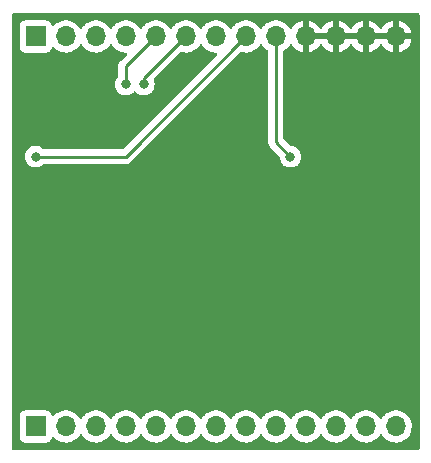
<source format=gbr>
%TF.GenerationSoftware,KiCad,Pcbnew,6.0.4-6f826c9f35~116~ubuntu20.04.1*%
%TF.CreationDate,2022-04-09T17:05:40-04:00*%
%TF.ProjectId,Brake Controller,4272616b-6520-4436-9f6e-74726f6c6c65,A*%
%TF.SameCoordinates,Original*%
%TF.FileFunction,Copper,L2,Bot*%
%TF.FilePolarity,Positive*%
%FSLAX46Y46*%
G04 Gerber Fmt 4.6, Leading zero omitted, Abs format (unit mm)*
G04 Created by KiCad (PCBNEW 6.0.4-6f826c9f35~116~ubuntu20.04.1) date 2022-04-09 17:05:40*
%MOMM*%
%LPD*%
G01*
G04 APERTURE LIST*
%TA.AperFunction,ComponentPad*%
%ADD10O,1.700000X1.700000*%
%TD*%
%TA.AperFunction,ComponentPad*%
%ADD11R,1.700000X1.700000*%
%TD*%
%TA.AperFunction,ViaPad*%
%ADD12C,1.000000*%
%TD*%
%TA.AperFunction,ViaPad*%
%ADD13C,0.800000*%
%TD*%
%TA.AperFunction,Conductor*%
%ADD14C,0.250000*%
%TD*%
G04 APERTURE END LIST*
D10*
%TO.P,J2,13,Pin_13*%
%TO.N,/MOTOR-*%
X154940000Y-121920000D03*
%TO.P,J2,12,Pin_12*%
X152400000Y-121920000D03*
%TO.P,J2,11,Pin_11*%
X149860000Y-121920000D03*
%TO.P,J2,10,Pin_10*%
X147320000Y-121920000D03*
%TO.P,J2,9,Pin_9*%
X144780000Y-121920000D03*
%TO.P,J2,8,Pin_8*%
X142240000Y-121920000D03*
%TO.P,J2,7,Pin_7*%
%TO.N,unconnected-(J2-Pad7)*%
X139700000Y-121920000D03*
%TO.P,J2,6,Pin_6*%
%TO.N,/MOTOR+*%
X137160000Y-121920000D03*
%TO.P,J2,5,Pin_5*%
X134620000Y-121920000D03*
%TO.P,J2,4,Pin_4*%
X132080000Y-121920000D03*
%TO.P,J2,3,Pin_3*%
X129540000Y-121920000D03*
%TO.P,J2,2,Pin_2*%
X127000000Y-121920000D03*
D11*
%TO.P,J2,1,Pin_1*%
X124460000Y-121920000D03*
%TD*%
%TO.P,J1,1,Pin_1*%
%TO.N,VS*%
X124460000Y-88900000D03*
D10*
%TO.P,J1,2,Pin_2*%
X127000000Y-88900000D03*
%TO.P,J1,3,Pin_3*%
X129540000Y-88900000D03*
%TO.P,J1,4,Pin_4*%
X132080000Y-88900000D03*
%TO.P,J1,5,Pin_5*%
%TO.N,/EN*%
X134620000Y-88900000D03*
%TO.P,J1,6,Pin_6*%
%TO.N,/IN1*%
X137160000Y-88900000D03*
%TO.P,J1,7,Pin_7*%
%TO.N,/IN2*%
X139700000Y-88900000D03*
%TO.P,J1,8,Pin_8*%
%TO.N,/IS1*%
X142240000Y-88900000D03*
%TO.P,J1,9,Pin_9*%
%TO.N,/IS2*%
X144780000Y-88900000D03*
%TO.P,J1,10,Pin_10*%
%TO.N,GND*%
X147320000Y-88900000D03*
%TO.P,J1,11,Pin_11*%
X149860000Y-88900000D03*
%TO.P,J1,12,Pin_12*%
X152400000Y-88900000D03*
%TO.P,J1,13,Pin_13*%
X154940000Y-88900000D03*
%TD*%
D12*
%TO.N,GND*%
X155956000Y-103886000D03*
D13*
X131064000Y-95504000D03*
X148082000Y-95504000D03*
X143256000Y-103632000D03*
X128778000Y-95504000D03*
D12*
X155956000Y-105410000D03*
D13*
X145796000Y-95504000D03*
X123698000Y-105156000D03*
D12*
X134620000Y-100838000D03*
X134620000Y-102362000D03*
X134620000Y-105410000D03*
D13*
X126492000Y-95504000D03*
X140208000Y-112776000D03*
X124206000Y-95504000D03*
D12*
X134620000Y-103886000D03*
D13*
X139700000Y-116586000D03*
X143510000Y-95504000D03*
D12*
X155956000Y-100838000D03*
X155956000Y-102362000D03*
D13*
X150368000Y-95504000D03*
%TO.N,/IS1*%
X124454500Y-99065500D03*
%TO.N,/IS2*%
X146028500Y-99081500D03*
%TO.N,/EN*%
X132080000Y-92964000D03*
%TO.N,/IN1*%
X133604000Y-92964000D03*
%TD*%
D14*
%TO.N,/IS1*%
X142240000Y-88900000D02*
X132074500Y-99065500D01*
X132074500Y-99065500D02*
X124454500Y-99065500D01*
%TO.N,/IS2*%
X144780000Y-97833000D02*
X146028500Y-99081500D01*
X144780000Y-88900000D02*
X144780000Y-97833000D01*
%TO.N,/EN*%
X132080000Y-91440000D02*
X134620000Y-88900000D01*
X132080000Y-92964000D02*
X132080000Y-91440000D01*
%TO.N,/IN1*%
X137160000Y-88900000D02*
X133604000Y-92456000D01*
X133604000Y-92456000D02*
X133604000Y-92964000D01*
%TD*%
%TA.AperFunction,Conductor*%
%TO.N,GND*%
G36*
X156688018Y-86870000D02*
G01*
X156702851Y-86872310D01*
X156702855Y-86872310D01*
X156711724Y-86873691D01*
X156720629Y-86872527D01*
X156729598Y-86872636D01*
X156729588Y-86873450D01*
X156751098Y-86873743D01*
X156776622Y-86877785D01*
X156814116Y-86889967D01*
X156849224Y-86907855D01*
X156881117Y-86931027D01*
X156908973Y-86958883D01*
X156932144Y-86990774D01*
X156932146Y-86990776D01*
X156950033Y-87025882D01*
X156962214Y-87063373D01*
X156966119Y-87088026D01*
X156967551Y-87107750D01*
X156966309Y-87115724D01*
X156967474Y-87124632D01*
X156970436Y-87147283D01*
X156971500Y-87163621D01*
X156971500Y-123648633D01*
X156970000Y-123668018D01*
X156967690Y-123682851D01*
X156967690Y-123682855D01*
X156966309Y-123691724D01*
X156967473Y-123700629D01*
X156967364Y-123709598D01*
X156966550Y-123709588D01*
X156966257Y-123731098D01*
X156962215Y-123756622D01*
X156950033Y-123794116D01*
X156932145Y-123829224D01*
X156908973Y-123861117D01*
X156881117Y-123888973D01*
X156849226Y-123912144D01*
X156814116Y-123930034D01*
X156776627Y-123942214D01*
X156751974Y-123946119D01*
X156732250Y-123947551D01*
X156724276Y-123946309D01*
X156692714Y-123950436D01*
X156676379Y-123951500D01*
X122731367Y-123951500D01*
X122711982Y-123950000D01*
X122697149Y-123947690D01*
X122697145Y-123947690D01*
X122688276Y-123946309D01*
X122679371Y-123947473D01*
X122670402Y-123947364D01*
X122670412Y-123946550D01*
X122648902Y-123946257D01*
X122623378Y-123942215D01*
X122585884Y-123930033D01*
X122550776Y-123912145D01*
X122518883Y-123888973D01*
X122491027Y-123861117D01*
X122467855Y-123829225D01*
X122449966Y-123794116D01*
X122437785Y-123756622D01*
X122434661Y-123736894D01*
X122433769Y-123710554D01*
X122433576Y-123710552D01*
X122433627Y-123706357D01*
X122433729Y-123698000D01*
X122429773Y-123670376D01*
X122428500Y-123652514D01*
X122428500Y-122818134D01*
X123101500Y-122818134D01*
X123108255Y-122880316D01*
X123159385Y-123016705D01*
X123246739Y-123133261D01*
X123363295Y-123220615D01*
X123499684Y-123271745D01*
X123561866Y-123278500D01*
X125358134Y-123278500D01*
X125420316Y-123271745D01*
X125556705Y-123220615D01*
X125673261Y-123133261D01*
X125760615Y-123016705D01*
X125782799Y-122957529D01*
X125804598Y-122899382D01*
X125847240Y-122842618D01*
X125913802Y-122817918D01*
X125983150Y-122833126D01*
X126017817Y-122861114D01*
X126046250Y-122893938D01*
X126218126Y-123036632D01*
X126411000Y-123149338D01*
X126619692Y-123229030D01*
X126624760Y-123230061D01*
X126624763Y-123230062D01*
X126732017Y-123251883D01*
X126838597Y-123273567D01*
X126843772Y-123273757D01*
X126843774Y-123273757D01*
X127056673Y-123281564D01*
X127056677Y-123281564D01*
X127061837Y-123281753D01*
X127066957Y-123281097D01*
X127066959Y-123281097D01*
X127278288Y-123254025D01*
X127278289Y-123254025D01*
X127283416Y-123253368D01*
X127288366Y-123251883D01*
X127492429Y-123190661D01*
X127492434Y-123190659D01*
X127497384Y-123189174D01*
X127697994Y-123090896D01*
X127879860Y-122961173D01*
X128038096Y-122803489D01*
X128168453Y-122622077D01*
X128169776Y-122623028D01*
X128216645Y-122579857D01*
X128286580Y-122567625D01*
X128352026Y-122595144D01*
X128379875Y-122626994D01*
X128439987Y-122725088D01*
X128586250Y-122893938D01*
X128758126Y-123036632D01*
X128951000Y-123149338D01*
X129159692Y-123229030D01*
X129164760Y-123230061D01*
X129164763Y-123230062D01*
X129272017Y-123251883D01*
X129378597Y-123273567D01*
X129383772Y-123273757D01*
X129383774Y-123273757D01*
X129596673Y-123281564D01*
X129596677Y-123281564D01*
X129601837Y-123281753D01*
X129606957Y-123281097D01*
X129606959Y-123281097D01*
X129818288Y-123254025D01*
X129818289Y-123254025D01*
X129823416Y-123253368D01*
X129828366Y-123251883D01*
X130032429Y-123190661D01*
X130032434Y-123190659D01*
X130037384Y-123189174D01*
X130237994Y-123090896D01*
X130419860Y-122961173D01*
X130578096Y-122803489D01*
X130708453Y-122622077D01*
X130709776Y-122623028D01*
X130756645Y-122579857D01*
X130826580Y-122567625D01*
X130892026Y-122595144D01*
X130919875Y-122626994D01*
X130979987Y-122725088D01*
X131126250Y-122893938D01*
X131298126Y-123036632D01*
X131491000Y-123149338D01*
X131699692Y-123229030D01*
X131704760Y-123230061D01*
X131704763Y-123230062D01*
X131812017Y-123251883D01*
X131918597Y-123273567D01*
X131923772Y-123273757D01*
X131923774Y-123273757D01*
X132136673Y-123281564D01*
X132136677Y-123281564D01*
X132141837Y-123281753D01*
X132146957Y-123281097D01*
X132146959Y-123281097D01*
X132358288Y-123254025D01*
X132358289Y-123254025D01*
X132363416Y-123253368D01*
X132368366Y-123251883D01*
X132572429Y-123190661D01*
X132572434Y-123190659D01*
X132577384Y-123189174D01*
X132777994Y-123090896D01*
X132959860Y-122961173D01*
X133118096Y-122803489D01*
X133248453Y-122622077D01*
X133249776Y-122623028D01*
X133296645Y-122579857D01*
X133366580Y-122567625D01*
X133432026Y-122595144D01*
X133459875Y-122626994D01*
X133519987Y-122725088D01*
X133666250Y-122893938D01*
X133838126Y-123036632D01*
X134031000Y-123149338D01*
X134239692Y-123229030D01*
X134244760Y-123230061D01*
X134244763Y-123230062D01*
X134352017Y-123251883D01*
X134458597Y-123273567D01*
X134463772Y-123273757D01*
X134463774Y-123273757D01*
X134676673Y-123281564D01*
X134676677Y-123281564D01*
X134681837Y-123281753D01*
X134686957Y-123281097D01*
X134686959Y-123281097D01*
X134898288Y-123254025D01*
X134898289Y-123254025D01*
X134903416Y-123253368D01*
X134908366Y-123251883D01*
X135112429Y-123190661D01*
X135112434Y-123190659D01*
X135117384Y-123189174D01*
X135317994Y-123090896D01*
X135499860Y-122961173D01*
X135658096Y-122803489D01*
X135788453Y-122622077D01*
X135789776Y-122623028D01*
X135836645Y-122579857D01*
X135906580Y-122567625D01*
X135972026Y-122595144D01*
X135999875Y-122626994D01*
X136059987Y-122725088D01*
X136206250Y-122893938D01*
X136378126Y-123036632D01*
X136571000Y-123149338D01*
X136779692Y-123229030D01*
X136784760Y-123230061D01*
X136784763Y-123230062D01*
X136892017Y-123251883D01*
X136998597Y-123273567D01*
X137003772Y-123273757D01*
X137003774Y-123273757D01*
X137216673Y-123281564D01*
X137216677Y-123281564D01*
X137221837Y-123281753D01*
X137226957Y-123281097D01*
X137226959Y-123281097D01*
X137438288Y-123254025D01*
X137438289Y-123254025D01*
X137443416Y-123253368D01*
X137448366Y-123251883D01*
X137652429Y-123190661D01*
X137652434Y-123190659D01*
X137657384Y-123189174D01*
X137857994Y-123090896D01*
X138039860Y-122961173D01*
X138198096Y-122803489D01*
X138328453Y-122622077D01*
X138329776Y-122623028D01*
X138376645Y-122579857D01*
X138446580Y-122567625D01*
X138512026Y-122595144D01*
X138539875Y-122626994D01*
X138599987Y-122725088D01*
X138746250Y-122893938D01*
X138918126Y-123036632D01*
X139111000Y-123149338D01*
X139319692Y-123229030D01*
X139324760Y-123230061D01*
X139324763Y-123230062D01*
X139432017Y-123251883D01*
X139538597Y-123273567D01*
X139543772Y-123273757D01*
X139543774Y-123273757D01*
X139756673Y-123281564D01*
X139756677Y-123281564D01*
X139761837Y-123281753D01*
X139766957Y-123281097D01*
X139766959Y-123281097D01*
X139978288Y-123254025D01*
X139978289Y-123254025D01*
X139983416Y-123253368D01*
X139988366Y-123251883D01*
X140192429Y-123190661D01*
X140192434Y-123190659D01*
X140197384Y-123189174D01*
X140397994Y-123090896D01*
X140579860Y-122961173D01*
X140738096Y-122803489D01*
X140868453Y-122622077D01*
X140869776Y-122623028D01*
X140916645Y-122579857D01*
X140986580Y-122567625D01*
X141052026Y-122595144D01*
X141079875Y-122626994D01*
X141139987Y-122725088D01*
X141286250Y-122893938D01*
X141458126Y-123036632D01*
X141651000Y-123149338D01*
X141859692Y-123229030D01*
X141864760Y-123230061D01*
X141864763Y-123230062D01*
X141972017Y-123251883D01*
X142078597Y-123273567D01*
X142083772Y-123273757D01*
X142083774Y-123273757D01*
X142296673Y-123281564D01*
X142296677Y-123281564D01*
X142301837Y-123281753D01*
X142306957Y-123281097D01*
X142306959Y-123281097D01*
X142518288Y-123254025D01*
X142518289Y-123254025D01*
X142523416Y-123253368D01*
X142528366Y-123251883D01*
X142732429Y-123190661D01*
X142732434Y-123190659D01*
X142737384Y-123189174D01*
X142937994Y-123090896D01*
X143119860Y-122961173D01*
X143278096Y-122803489D01*
X143408453Y-122622077D01*
X143409776Y-122623028D01*
X143456645Y-122579857D01*
X143526580Y-122567625D01*
X143592026Y-122595144D01*
X143619875Y-122626994D01*
X143679987Y-122725088D01*
X143826250Y-122893938D01*
X143998126Y-123036632D01*
X144191000Y-123149338D01*
X144399692Y-123229030D01*
X144404760Y-123230061D01*
X144404763Y-123230062D01*
X144512017Y-123251883D01*
X144618597Y-123273567D01*
X144623772Y-123273757D01*
X144623774Y-123273757D01*
X144836673Y-123281564D01*
X144836677Y-123281564D01*
X144841837Y-123281753D01*
X144846957Y-123281097D01*
X144846959Y-123281097D01*
X145058288Y-123254025D01*
X145058289Y-123254025D01*
X145063416Y-123253368D01*
X145068366Y-123251883D01*
X145272429Y-123190661D01*
X145272434Y-123190659D01*
X145277384Y-123189174D01*
X145477994Y-123090896D01*
X145659860Y-122961173D01*
X145818096Y-122803489D01*
X145948453Y-122622077D01*
X145949776Y-122623028D01*
X145996645Y-122579857D01*
X146066580Y-122567625D01*
X146132026Y-122595144D01*
X146159875Y-122626994D01*
X146219987Y-122725088D01*
X146366250Y-122893938D01*
X146538126Y-123036632D01*
X146731000Y-123149338D01*
X146939692Y-123229030D01*
X146944760Y-123230061D01*
X146944763Y-123230062D01*
X147052017Y-123251883D01*
X147158597Y-123273567D01*
X147163772Y-123273757D01*
X147163774Y-123273757D01*
X147376673Y-123281564D01*
X147376677Y-123281564D01*
X147381837Y-123281753D01*
X147386957Y-123281097D01*
X147386959Y-123281097D01*
X147598288Y-123254025D01*
X147598289Y-123254025D01*
X147603416Y-123253368D01*
X147608366Y-123251883D01*
X147812429Y-123190661D01*
X147812434Y-123190659D01*
X147817384Y-123189174D01*
X148017994Y-123090896D01*
X148199860Y-122961173D01*
X148358096Y-122803489D01*
X148488453Y-122622077D01*
X148489776Y-122623028D01*
X148536645Y-122579857D01*
X148606580Y-122567625D01*
X148672026Y-122595144D01*
X148699875Y-122626994D01*
X148759987Y-122725088D01*
X148906250Y-122893938D01*
X149078126Y-123036632D01*
X149271000Y-123149338D01*
X149479692Y-123229030D01*
X149484760Y-123230061D01*
X149484763Y-123230062D01*
X149592017Y-123251883D01*
X149698597Y-123273567D01*
X149703772Y-123273757D01*
X149703774Y-123273757D01*
X149916673Y-123281564D01*
X149916677Y-123281564D01*
X149921837Y-123281753D01*
X149926957Y-123281097D01*
X149926959Y-123281097D01*
X150138288Y-123254025D01*
X150138289Y-123254025D01*
X150143416Y-123253368D01*
X150148366Y-123251883D01*
X150352429Y-123190661D01*
X150352434Y-123190659D01*
X150357384Y-123189174D01*
X150557994Y-123090896D01*
X150739860Y-122961173D01*
X150898096Y-122803489D01*
X151028453Y-122622077D01*
X151029776Y-122623028D01*
X151076645Y-122579857D01*
X151146580Y-122567625D01*
X151212026Y-122595144D01*
X151239875Y-122626994D01*
X151299987Y-122725088D01*
X151446250Y-122893938D01*
X151618126Y-123036632D01*
X151811000Y-123149338D01*
X152019692Y-123229030D01*
X152024760Y-123230061D01*
X152024763Y-123230062D01*
X152132017Y-123251883D01*
X152238597Y-123273567D01*
X152243772Y-123273757D01*
X152243774Y-123273757D01*
X152456673Y-123281564D01*
X152456677Y-123281564D01*
X152461837Y-123281753D01*
X152466957Y-123281097D01*
X152466959Y-123281097D01*
X152678288Y-123254025D01*
X152678289Y-123254025D01*
X152683416Y-123253368D01*
X152688366Y-123251883D01*
X152892429Y-123190661D01*
X152892434Y-123190659D01*
X152897384Y-123189174D01*
X153097994Y-123090896D01*
X153279860Y-122961173D01*
X153438096Y-122803489D01*
X153568453Y-122622077D01*
X153569776Y-122623028D01*
X153616645Y-122579857D01*
X153686580Y-122567625D01*
X153752026Y-122595144D01*
X153779875Y-122626994D01*
X153839987Y-122725088D01*
X153986250Y-122893938D01*
X154158126Y-123036632D01*
X154351000Y-123149338D01*
X154559692Y-123229030D01*
X154564760Y-123230061D01*
X154564763Y-123230062D01*
X154672017Y-123251883D01*
X154778597Y-123273567D01*
X154783772Y-123273757D01*
X154783774Y-123273757D01*
X154996673Y-123281564D01*
X154996677Y-123281564D01*
X155001837Y-123281753D01*
X155006957Y-123281097D01*
X155006959Y-123281097D01*
X155218288Y-123254025D01*
X155218289Y-123254025D01*
X155223416Y-123253368D01*
X155228366Y-123251883D01*
X155432429Y-123190661D01*
X155432434Y-123190659D01*
X155437384Y-123189174D01*
X155637994Y-123090896D01*
X155819860Y-122961173D01*
X155978096Y-122803489D01*
X156108453Y-122622077D01*
X156129320Y-122579857D01*
X156205136Y-122426453D01*
X156205137Y-122426451D01*
X156207430Y-122421811D01*
X156272370Y-122208069D01*
X156301529Y-121986590D01*
X156303156Y-121920000D01*
X156284852Y-121697361D01*
X156230431Y-121480702D01*
X156141354Y-121275840D01*
X156020014Y-121088277D01*
X155869670Y-120923051D01*
X155865619Y-120919852D01*
X155865615Y-120919848D01*
X155698414Y-120787800D01*
X155698410Y-120787798D01*
X155694359Y-120784598D01*
X155498789Y-120676638D01*
X155493920Y-120674914D01*
X155493916Y-120674912D01*
X155293087Y-120603795D01*
X155293083Y-120603794D01*
X155288212Y-120602069D01*
X155283119Y-120601162D01*
X155283116Y-120601161D01*
X155073373Y-120563800D01*
X155073367Y-120563799D01*
X155068284Y-120562894D01*
X154994452Y-120561992D01*
X154850081Y-120560228D01*
X154850079Y-120560228D01*
X154844911Y-120560165D01*
X154624091Y-120593955D01*
X154411756Y-120663357D01*
X154213607Y-120766507D01*
X154209474Y-120769610D01*
X154209471Y-120769612D01*
X154039100Y-120897530D01*
X154034965Y-120900635D01*
X154031393Y-120904373D01*
X153923729Y-121017037D01*
X153880629Y-121062138D01*
X153773201Y-121219621D01*
X153718293Y-121264621D01*
X153647768Y-121272792D01*
X153584021Y-121241538D01*
X153563324Y-121217054D01*
X153482822Y-121092617D01*
X153482820Y-121092614D01*
X153480014Y-121088277D01*
X153329670Y-120923051D01*
X153325619Y-120919852D01*
X153325615Y-120919848D01*
X153158414Y-120787800D01*
X153158410Y-120787798D01*
X153154359Y-120784598D01*
X152958789Y-120676638D01*
X152953920Y-120674914D01*
X152953916Y-120674912D01*
X152753087Y-120603795D01*
X152753083Y-120603794D01*
X152748212Y-120602069D01*
X152743119Y-120601162D01*
X152743116Y-120601161D01*
X152533373Y-120563800D01*
X152533367Y-120563799D01*
X152528284Y-120562894D01*
X152454452Y-120561992D01*
X152310081Y-120560228D01*
X152310079Y-120560228D01*
X152304911Y-120560165D01*
X152084091Y-120593955D01*
X151871756Y-120663357D01*
X151673607Y-120766507D01*
X151669474Y-120769610D01*
X151669471Y-120769612D01*
X151499100Y-120897530D01*
X151494965Y-120900635D01*
X151491393Y-120904373D01*
X151383729Y-121017037D01*
X151340629Y-121062138D01*
X151233201Y-121219621D01*
X151178293Y-121264621D01*
X151107768Y-121272792D01*
X151044021Y-121241538D01*
X151023324Y-121217054D01*
X150942822Y-121092617D01*
X150942820Y-121092614D01*
X150940014Y-121088277D01*
X150789670Y-120923051D01*
X150785619Y-120919852D01*
X150785615Y-120919848D01*
X150618414Y-120787800D01*
X150618410Y-120787798D01*
X150614359Y-120784598D01*
X150418789Y-120676638D01*
X150413920Y-120674914D01*
X150413916Y-120674912D01*
X150213087Y-120603795D01*
X150213083Y-120603794D01*
X150208212Y-120602069D01*
X150203119Y-120601162D01*
X150203116Y-120601161D01*
X149993373Y-120563800D01*
X149993367Y-120563799D01*
X149988284Y-120562894D01*
X149914452Y-120561992D01*
X149770081Y-120560228D01*
X149770079Y-120560228D01*
X149764911Y-120560165D01*
X149544091Y-120593955D01*
X149331756Y-120663357D01*
X149133607Y-120766507D01*
X149129474Y-120769610D01*
X149129471Y-120769612D01*
X148959100Y-120897530D01*
X148954965Y-120900635D01*
X148951393Y-120904373D01*
X148843729Y-121017037D01*
X148800629Y-121062138D01*
X148693201Y-121219621D01*
X148638293Y-121264621D01*
X148567768Y-121272792D01*
X148504021Y-121241538D01*
X148483324Y-121217054D01*
X148402822Y-121092617D01*
X148402820Y-121092614D01*
X148400014Y-121088277D01*
X148249670Y-120923051D01*
X148245619Y-120919852D01*
X148245615Y-120919848D01*
X148078414Y-120787800D01*
X148078410Y-120787798D01*
X148074359Y-120784598D01*
X147878789Y-120676638D01*
X147873920Y-120674914D01*
X147873916Y-120674912D01*
X147673087Y-120603795D01*
X147673083Y-120603794D01*
X147668212Y-120602069D01*
X147663119Y-120601162D01*
X147663116Y-120601161D01*
X147453373Y-120563800D01*
X147453367Y-120563799D01*
X147448284Y-120562894D01*
X147374452Y-120561992D01*
X147230081Y-120560228D01*
X147230079Y-120560228D01*
X147224911Y-120560165D01*
X147004091Y-120593955D01*
X146791756Y-120663357D01*
X146593607Y-120766507D01*
X146589474Y-120769610D01*
X146589471Y-120769612D01*
X146419100Y-120897530D01*
X146414965Y-120900635D01*
X146411393Y-120904373D01*
X146303729Y-121017037D01*
X146260629Y-121062138D01*
X146153201Y-121219621D01*
X146098293Y-121264621D01*
X146027768Y-121272792D01*
X145964021Y-121241538D01*
X145943324Y-121217054D01*
X145862822Y-121092617D01*
X145862820Y-121092614D01*
X145860014Y-121088277D01*
X145709670Y-120923051D01*
X145705619Y-120919852D01*
X145705615Y-120919848D01*
X145538414Y-120787800D01*
X145538410Y-120787798D01*
X145534359Y-120784598D01*
X145338789Y-120676638D01*
X145333920Y-120674914D01*
X145333916Y-120674912D01*
X145133087Y-120603795D01*
X145133083Y-120603794D01*
X145128212Y-120602069D01*
X145123119Y-120601162D01*
X145123116Y-120601161D01*
X144913373Y-120563800D01*
X144913367Y-120563799D01*
X144908284Y-120562894D01*
X144834452Y-120561992D01*
X144690081Y-120560228D01*
X144690079Y-120560228D01*
X144684911Y-120560165D01*
X144464091Y-120593955D01*
X144251756Y-120663357D01*
X144053607Y-120766507D01*
X144049474Y-120769610D01*
X144049471Y-120769612D01*
X143879100Y-120897530D01*
X143874965Y-120900635D01*
X143871393Y-120904373D01*
X143763729Y-121017037D01*
X143720629Y-121062138D01*
X143613201Y-121219621D01*
X143558293Y-121264621D01*
X143487768Y-121272792D01*
X143424021Y-121241538D01*
X143403324Y-121217054D01*
X143322822Y-121092617D01*
X143322820Y-121092614D01*
X143320014Y-121088277D01*
X143169670Y-120923051D01*
X143165619Y-120919852D01*
X143165615Y-120919848D01*
X142998414Y-120787800D01*
X142998410Y-120787798D01*
X142994359Y-120784598D01*
X142798789Y-120676638D01*
X142793920Y-120674914D01*
X142793916Y-120674912D01*
X142593087Y-120603795D01*
X142593083Y-120603794D01*
X142588212Y-120602069D01*
X142583119Y-120601162D01*
X142583116Y-120601161D01*
X142373373Y-120563800D01*
X142373367Y-120563799D01*
X142368284Y-120562894D01*
X142294452Y-120561992D01*
X142150081Y-120560228D01*
X142150079Y-120560228D01*
X142144911Y-120560165D01*
X141924091Y-120593955D01*
X141711756Y-120663357D01*
X141513607Y-120766507D01*
X141509474Y-120769610D01*
X141509471Y-120769612D01*
X141339100Y-120897530D01*
X141334965Y-120900635D01*
X141331393Y-120904373D01*
X141223729Y-121017037D01*
X141180629Y-121062138D01*
X141073201Y-121219621D01*
X141018293Y-121264621D01*
X140947768Y-121272792D01*
X140884021Y-121241538D01*
X140863324Y-121217054D01*
X140782822Y-121092617D01*
X140782820Y-121092614D01*
X140780014Y-121088277D01*
X140629670Y-120923051D01*
X140625619Y-120919852D01*
X140625615Y-120919848D01*
X140458414Y-120787800D01*
X140458410Y-120787798D01*
X140454359Y-120784598D01*
X140258789Y-120676638D01*
X140253920Y-120674914D01*
X140253916Y-120674912D01*
X140053087Y-120603795D01*
X140053083Y-120603794D01*
X140048212Y-120602069D01*
X140043119Y-120601162D01*
X140043116Y-120601161D01*
X139833373Y-120563800D01*
X139833367Y-120563799D01*
X139828284Y-120562894D01*
X139754452Y-120561992D01*
X139610081Y-120560228D01*
X139610079Y-120560228D01*
X139604911Y-120560165D01*
X139384091Y-120593955D01*
X139171756Y-120663357D01*
X138973607Y-120766507D01*
X138969474Y-120769610D01*
X138969471Y-120769612D01*
X138799100Y-120897530D01*
X138794965Y-120900635D01*
X138791393Y-120904373D01*
X138683729Y-121017037D01*
X138640629Y-121062138D01*
X138533201Y-121219621D01*
X138478293Y-121264621D01*
X138407768Y-121272792D01*
X138344021Y-121241538D01*
X138323324Y-121217054D01*
X138242822Y-121092617D01*
X138242820Y-121092614D01*
X138240014Y-121088277D01*
X138089670Y-120923051D01*
X138085619Y-120919852D01*
X138085615Y-120919848D01*
X137918414Y-120787800D01*
X137918410Y-120787798D01*
X137914359Y-120784598D01*
X137718789Y-120676638D01*
X137713920Y-120674914D01*
X137713916Y-120674912D01*
X137513087Y-120603795D01*
X137513083Y-120603794D01*
X137508212Y-120602069D01*
X137503119Y-120601162D01*
X137503116Y-120601161D01*
X137293373Y-120563800D01*
X137293367Y-120563799D01*
X137288284Y-120562894D01*
X137214452Y-120561992D01*
X137070081Y-120560228D01*
X137070079Y-120560228D01*
X137064911Y-120560165D01*
X136844091Y-120593955D01*
X136631756Y-120663357D01*
X136433607Y-120766507D01*
X136429474Y-120769610D01*
X136429471Y-120769612D01*
X136259100Y-120897530D01*
X136254965Y-120900635D01*
X136251393Y-120904373D01*
X136143729Y-121017037D01*
X136100629Y-121062138D01*
X135993201Y-121219621D01*
X135938293Y-121264621D01*
X135867768Y-121272792D01*
X135804021Y-121241538D01*
X135783324Y-121217054D01*
X135702822Y-121092617D01*
X135702820Y-121092614D01*
X135700014Y-121088277D01*
X135549670Y-120923051D01*
X135545619Y-120919852D01*
X135545615Y-120919848D01*
X135378414Y-120787800D01*
X135378410Y-120787798D01*
X135374359Y-120784598D01*
X135178789Y-120676638D01*
X135173920Y-120674914D01*
X135173916Y-120674912D01*
X134973087Y-120603795D01*
X134973083Y-120603794D01*
X134968212Y-120602069D01*
X134963119Y-120601162D01*
X134963116Y-120601161D01*
X134753373Y-120563800D01*
X134753367Y-120563799D01*
X134748284Y-120562894D01*
X134674452Y-120561992D01*
X134530081Y-120560228D01*
X134530079Y-120560228D01*
X134524911Y-120560165D01*
X134304091Y-120593955D01*
X134091756Y-120663357D01*
X133893607Y-120766507D01*
X133889474Y-120769610D01*
X133889471Y-120769612D01*
X133719100Y-120897530D01*
X133714965Y-120900635D01*
X133711393Y-120904373D01*
X133603729Y-121017037D01*
X133560629Y-121062138D01*
X133453201Y-121219621D01*
X133398293Y-121264621D01*
X133327768Y-121272792D01*
X133264021Y-121241538D01*
X133243324Y-121217054D01*
X133162822Y-121092617D01*
X133162820Y-121092614D01*
X133160014Y-121088277D01*
X133009670Y-120923051D01*
X133005619Y-120919852D01*
X133005615Y-120919848D01*
X132838414Y-120787800D01*
X132838410Y-120787798D01*
X132834359Y-120784598D01*
X132638789Y-120676638D01*
X132633920Y-120674914D01*
X132633916Y-120674912D01*
X132433087Y-120603795D01*
X132433083Y-120603794D01*
X132428212Y-120602069D01*
X132423119Y-120601162D01*
X132423116Y-120601161D01*
X132213373Y-120563800D01*
X132213367Y-120563799D01*
X132208284Y-120562894D01*
X132134452Y-120561992D01*
X131990081Y-120560228D01*
X131990079Y-120560228D01*
X131984911Y-120560165D01*
X131764091Y-120593955D01*
X131551756Y-120663357D01*
X131353607Y-120766507D01*
X131349474Y-120769610D01*
X131349471Y-120769612D01*
X131179100Y-120897530D01*
X131174965Y-120900635D01*
X131171393Y-120904373D01*
X131063729Y-121017037D01*
X131020629Y-121062138D01*
X130913201Y-121219621D01*
X130858293Y-121264621D01*
X130787768Y-121272792D01*
X130724021Y-121241538D01*
X130703324Y-121217054D01*
X130622822Y-121092617D01*
X130622820Y-121092614D01*
X130620014Y-121088277D01*
X130469670Y-120923051D01*
X130465619Y-120919852D01*
X130465615Y-120919848D01*
X130298414Y-120787800D01*
X130298410Y-120787798D01*
X130294359Y-120784598D01*
X130098789Y-120676638D01*
X130093920Y-120674914D01*
X130093916Y-120674912D01*
X129893087Y-120603795D01*
X129893083Y-120603794D01*
X129888212Y-120602069D01*
X129883119Y-120601162D01*
X129883116Y-120601161D01*
X129673373Y-120563800D01*
X129673367Y-120563799D01*
X129668284Y-120562894D01*
X129594452Y-120561992D01*
X129450081Y-120560228D01*
X129450079Y-120560228D01*
X129444911Y-120560165D01*
X129224091Y-120593955D01*
X129011756Y-120663357D01*
X128813607Y-120766507D01*
X128809474Y-120769610D01*
X128809471Y-120769612D01*
X128639100Y-120897530D01*
X128634965Y-120900635D01*
X128631393Y-120904373D01*
X128523729Y-121017037D01*
X128480629Y-121062138D01*
X128373201Y-121219621D01*
X128318293Y-121264621D01*
X128247768Y-121272792D01*
X128184021Y-121241538D01*
X128163324Y-121217054D01*
X128082822Y-121092617D01*
X128082820Y-121092614D01*
X128080014Y-121088277D01*
X127929670Y-120923051D01*
X127925619Y-120919852D01*
X127925615Y-120919848D01*
X127758414Y-120787800D01*
X127758410Y-120787798D01*
X127754359Y-120784598D01*
X127558789Y-120676638D01*
X127553920Y-120674914D01*
X127553916Y-120674912D01*
X127353087Y-120603795D01*
X127353083Y-120603794D01*
X127348212Y-120602069D01*
X127343119Y-120601162D01*
X127343116Y-120601161D01*
X127133373Y-120563800D01*
X127133367Y-120563799D01*
X127128284Y-120562894D01*
X127054452Y-120561992D01*
X126910081Y-120560228D01*
X126910079Y-120560228D01*
X126904911Y-120560165D01*
X126684091Y-120593955D01*
X126471756Y-120663357D01*
X126273607Y-120766507D01*
X126269474Y-120769610D01*
X126269471Y-120769612D01*
X126099100Y-120897530D01*
X126094965Y-120900635D01*
X126038537Y-120959684D01*
X126014283Y-120985064D01*
X125952759Y-121020494D01*
X125881846Y-121017037D01*
X125824060Y-120975791D01*
X125805207Y-120942243D01*
X125763767Y-120831703D01*
X125760615Y-120823295D01*
X125673261Y-120706739D01*
X125556705Y-120619385D01*
X125420316Y-120568255D01*
X125358134Y-120561500D01*
X123561866Y-120561500D01*
X123499684Y-120568255D01*
X123363295Y-120619385D01*
X123246739Y-120706739D01*
X123159385Y-120823295D01*
X123108255Y-120959684D01*
X123101500Y-121021866D01*
X123101500Y-122818134D01*
X122428500Y-122818134D01*
X122428500Y-89798134D01*
X123101500Y-89798134D01*
X123108255Y-89860316D01*
X123159385Y-89996705D01*
X123246739Y-90113261D01*
X123363295Y-90200615D01*
X123499684Y-90251745D01*
X123561866Y-90258500D01*
X125358134Y-90258500D01*
X125420316Y-90251745D01*
X125556705Y-90200615D01*
X125673261Y-90113261D01*
X125760615Y-89996705D01*
X125782799Y-89937529D01*
X125804598Y-89879382D01*
X125847240Y-89822618D01*
X125913802Y-89797918D01*
X125983150Y-89813126D01*
X126017817Y-89841114D01*
X126046250Y-89873938D01*
X126218126Y-90016632D01*
X126411000Y-90129338D01*
X126619692Y-90209030D01*
X126624760Y-90210061D01*
X126624763Y-90210062D01*
X126719862Y-90229410D01*
X126838597Y-90253567D01*
X126843772Y-90253757D01*
X126843774Y-90253757D01*
X127056673Y-90261564D01*
X127056677Y-90261564D01*
X127061837Y-90261753D01*
X127066957Y-90261097D01*
X127066959Y-90261097D01*
X127278288Y-90234025D01*
X127278289Y-90234025D01*
X127283416Y-90233368D01*
X127288366Y-90231883D01*
X127492429Y-90170661D01*
X127492434Y-90170659D01*
X127497384Y-90169174D01*
X127697994Y-90070896D01*
X127879860Y-89941173D01*
X128038096Y-89783489D01*
X128168453Y-89602077D01*
X128169776Y-89603028D01*
X128216645Y-89559857D01*
X128286580Y-89547625D01*
X128352026Y-89575144D01*
X128379875Y-89606994D01*
X128439987Y-89705088D01*
X128586250Y-89873938D01*
X128758126Y-90016632D01*
X128951000Y-90129338D01*
X129159692Y-90209030D01*
X129164760Y-90210061D01*
X129164763Y-90210062D01*
X129259862Y-90229410D01*
X129378597Y-90253567D01*
X129383772Y-90253757D01*
X129383774Y-90253757D01*
X129596673Y-90261564D01*
X129596677Y-90261564D01*
X129601837Y-90261753D01*
X129606957Y-90261097D01*
X129606959Y-90261097D01*
X129818288Y-90234025D01*
X129818289Y-90234025D01*
X129823416Y-90233368D01*
X129828366Y-90231883D01*
X130032429Y-90170661D01*
X130032434Y-90170659D01*
X130037384Y-90169174D01*
X130237994Y-90070896D01*
X130419860Y-89941173D01*
X130578096Y-89783489D01*
X130708453Y-89602077D01*
X130709776Y-89603028D01*
X130756645Y-89559857D01*
X130826580Y-89547625D01*
X130892026Y-89575144D01*
X130919875Y-89606994D01*
X130979987Y-89705088D01*
X131126250Y-89873938D01*
X131298126Y-90016632D01*
X131491000Y-90129338D01*
X131699692Y-90209030D01*
X131704760Y-90210061D01*
X131704763Y-90210062D01*
X131799862Y-90229410D01*
X131918597Y-90253567D01*
X131923771Y-90253757D01*
X131923773Y-90253757D01*
X131991293Y-90256233D01*
X132065649Y-90258959D01*
X132132990Y-90281443D01*
X132177486Y-90336767D01*
X132185008Y-90407364D01*
X132150126Y-90473969D01*
X131687747Y-90936348D01*
X131679461Y-90943888D01*
X131672982Y-90948000D01*
X131667557Y-90953777D01*
X131626357Y-90997651D01*
X131623602Y-91000493D01*
X131603865Y-91020230D01*
X131601385Y-91023427D01*
X131593682Y-91032447D01*
X131563414Y-91064679D01*
X131559595Y-91071625D01*
X131559593Y-91071628D01*
X131553652Y-91082434D01*
X131542801Y-91098953D01*
X131530386Y-91114959D01*
X131527241Y-91122228D01*
X131527238Y-91122232D01*
X131512826Y-91155537D01*
X131507609Y-91166187D01*
X131486305Y-91204940D01*
X131484334Y-91212615D01*
X131484334Y-91212616D01*
X131481267Y-91224562D01*
X131474863Y-91243266D01*
X131466819Y-91261855D01*
X131465580Y-91269678D01*
X131465577Y-91269688D01*
X131459901Y-91305524D01*
X131457495Y-91317144D01*
X131446500Y-91359970D01*
X131446500Y-91380224D01*
X131444949Y-91399934D01*
X131441780Y-91419943D01*
X131442526Y-91427835D01*
X131445941Y-91463961D01*
X131446500Y-91475819D01*
X131446500Y-92261476D01*
X131426498Y-92329597D01*
X131414142Y-92345779D01*
X131340960Y-92427056D01*
X131245473Y-92592444D01*
X131186458Y-92774072D01*
X131166496Y-92964000D01*
X131186458Y-93153928D01*
X131245473Y-93335556D01*
X131340960Y-93500944D01*
X131345378Y-93505851D01*
X131345379Y-93505852D01*
X131411635Y-93579437D01*
X131468747Y-93642866D01*
X131623248Y-93755118D01*
X131629276Y-93757802D01*
X131629278Y-93757803D01*
X131791681Y-93830109D01*
X131797712Y-93832794D01*
X131891113Y-93852647D01*
X131978056Y-93871128D01*
X131978061Y-93871128D01*
X131984513Y-93872500D01*
X132175487Y-93872500D01*
X132181939Y-93871128D01*
X132181944Y-93871128D01*
X132268887Y-93852647D01*
X132362288Y-93832794D01*
X132368319Y-93830109D01*
X132530722Y-93757803D01*
X132530724Y-93757802D01*
X132536752Y-93755118D01*
X132691253Y-93642866D01*
X132748365Y-93579436D01*
X132808810Y-93542198D01*
X132879794Y-93543550D01*
X132935634Y-93579436D01*
X132992747Y-93642866D01*
X133147248Y-93755118D01*
X133153276Y-93757802D01*
X133153278Y-93757803D01*
X133315681Y-93830109D01*
X133321712Y-93832794D01*
X133415113Y-93852647D01*
X133502056Y-93871128D01*
X133502061Y-93871128D01*
X133508513Y-93872500D01*
X133699487Y-93872500D01*
X133705939Y-93871128D01*
X133705944Y-93871128D01*
X133792887Y-93852647D01*
X133886288Y-93832794D01*
X133892319Y-93830109D01*
X134054722Y-93757803D01*
X134054724Y-93757802D01*
X134060752Y-93755118D01*
X134215253Y-93642866D01*
X134272365Y-93579437D01*
X134338621Y-93505852D01*
X134338622Y-93505851D01*
X134343040Y-93500944D01*
X134438527Y-93335556D01*
X134497542Y-93153928D01*
X134517504Y-92964000D01*
X134497542Y-92774072D01*
X134443978Y-92609219D01*
X134441950Y-92538251D01*
X134474716Y-92481188D01*
X136704549Y-90251355D01*
X136766861Y-90217329D01*
X136818762Y-90216979D01*
X136998597Y-90253567D01*
X137003772Y-90253757D01*
X137003774Y-90253757D01*
X137216673Y-90261564D01*
X137216677Y-90261564D01*
X137221837Y-90261753D01*
X137226957Y-90261097D01*
X137226959Y-90261097D01*
X137438288Y-90234025D01*
X137438289Y-90234025D01*
X137443416Y-90233368D01*
X137448366Y-90231883D01*
X137652429Y-90170661D01*
X137652434Y-90170659D01*
X137657384Y-90169174D01*
X137857994Y-90070896D01*
X138039860Y-89941173D01*
X138198096Y-89783489D01*
X138328453Y-89602077D01*
X138329776Y-89603028D01*
X138376645Y-89559857D01*
X138446580Y-89547625D01*
X138512026Y-89575144D01*
X138539875Y-89606994D01*
X138599987Y-89705088D01*
X138746250Y-89873938D01*
X138918126Y-90016632D01*
X139111000Y-90129338D01*
X139319692Y-90209030D01*
X139324760Y-90210061D01*
X139324763Y-90210062D01*
X139419862Y-90229410D01*
X139538597Y-90253567D01*
X139543771Y-90253757D01*
X139543773Y-90253757D01*
X139605898Y-90256035D01*
X139685650Y-90258959D01*
X139752991Y-90281443D01*
X139797487Y-90336767D01*
X139805009Y-90407364D01*
X139770127Y-90473969D01*
X131849000Y-98395095D01*
X131786688Y-98429121D01*
X131759905Y-98432000D01*
X125162700Y-98432000D01*
X125094579Y-98411998D01*
X125075353Y-98395657D01*
X125075080Y-98395960D01*
X125070168Y-98391537D01*
X125065753Y-98386634D01*
X124949371Y-98302077D01*
X124916594Y-98278263D01*
X124916593Y-98278262D01*
X124911252Y-98274382D01*
X124905224Y-98271698D01*
X124905222Y-98271697D01*
X124742819Y-98199391D01*
X124742818Y-98199391D01*
X124736788Y-98196706D01*
X124641195Y-98176387D01*
X124556444Y-98158372D01*
X124556439Y-98158372D01*
X124549987Y-98157000D01*
X124359013Y-98157000D01*
X124352561Y-98158372D01*
X124352556Y-98158372D01*
X124267805Y-98176387D01*
X124172212Y-98196706D01*
X124166182Y-98199391D01*
X124166181Y-98199391D01*
X124003778Y-98271697D01*
X124003776Y-98271698D01*
X123997748Y-98274382D01*
X123992407Y-98278262D01*
X123992406Y-98278263D01*
X123959629Y-98302077D01*
X123843247Y-98386634D01*
X123838826Y-98391544D01*
X123838825Y-98391545D01*
X123804992Y-98429121D01*
X123715460Y-98528556D01*
X123619973Y-98693944D01*
X123560958Y-98875572D01*
X123560268Y-98882133D01*
X123560268Y-98882135D01*
X123541686Y-99058935D01*
X123540996Y-99065500D01*
X123560958Y-99255428D01*
X123619973Y-99437056D01*
X123623276Y-99442778D01*
X123623277Y-99442779D01*
X123632515Y-99458779D01*
X123715460Y-99602444D01*
X123719878Y-99607351D01*
X123719879Y-99607352D01*
X123801952Y-99698503D01*
X123843247Y-99744366D01*
X123997748Y-99856618D01*
X124003776Y-99859302D01*
X124003778Y-99859303D01*
X124039715Y-99875303D01*
X124172212Y-99934294D01*
X124265613Y-99954147D01*
X124352556Y-99972628D01*
X124352561Y-99972628D01*
X124359013Y-99974000D01*
X124549987Y-99974000D01*
X124556439Y-99972628D01*
X124556444Y-99972628D01*
X124643387Y-99954147D01*
X124736788Y-99934294D01*
X124869285Y-99875303D01*
X124905222Y-99859303D01*
X124905224Y-99859302D01*
X124911252Y-99856618D01*
X125065753Y-99744366D01*
X125070168Y-99739463D01*
X125075080Y-99735040D01*
X125076205Y-99736289D01*
X125129514Y-99703449D01*
X125162700Y-99699000D01*
X131995733Y-99699000D01*
X132006916Y-99699527D01*
X132014409Y-99701202D01*
X132022335Y-99700953D01*
X132022336Y-99700953D01*
X132082486Y-99699062D01*
X132086445Y-99699000D01*
X132114356Y-99699000D01*
X132118291Y-99698503D01*
X132118356Y-99698495D01*
X132130193Y-99697562D01*
X132162451Y-99696548D01*
X132166470Y-99696422D01*
X132174389Y-99696173D01*
X132193843Y-99690521D01*
X132213200Y-99686513D01*
X132225430Y-99684968D01*
X132225431Y-99684968D01*
X132233297Y-99683974D01*
X132240668Y-99681055D01*
X132240670Y-99681055D01*
X132274412Y-99667696D01*
X132285642Y-99663851D01*
X132320483Y-99653729D01*
X132320484Y-99653729D01*
X132328093Y-99651518D01*
X132334912Y-99647485D01*
X132334917Y-99647483D01*
X132345528Y-99641207D01*
X132363276Y-99632512D01*
X132382117Y-99625052D01*
X132417887Y-99599064D01*
X132427807Y-99592548D01*
X132459035Y-99574080D01*
X132459038Y-99574078D01*
X132465862Y-99570042D01*
X132480183Y-99555721D01*
X132495217Y-99542880D01*
X132505194Y-99535631D01*
X132511607Y-99530972D01*
X132539798Y-99496895D01*
X132547788Y-99488116D01*
X141784550Y-90251355D01*
X141846862Y-90217329D01*
X141898762Y-90216979D01*
X142078597Y-90253567D01*
X142083772Y-90253757D01*
X142083774Y-90253757D01*
X142296673Y-90261564D01*
X142296677Y-90261564D01*
X142301837Y-90261753D01*
X142306957Y-90261097D01*
X142306959Y-90261097D01*
X142518288Y-90234025D01*
X142518289Y-90234025D01*
X142523416Y-90233368D01*
X142528366Y-90231883D01*
X142732429Y-90170661D01*
X142732434Y-90170659D01*
X142737384Y-90169174D01*
X142937994Y-90070896D01*
X143119860Y-89941173D01*
X143278096Y-89783489D01*
X143408453Y-89602077D01*
X143409776Y-89603028D01*
X143456645Y-89559857D01*
X143526580Y-89547625D01*
X143592026Y-89575144D01*
X143619875Y-89606994D01*
X143679987Y-89705088D01*
X143826250Y-89873938D01*
X143998126Y-90016632D01*
X144002593Y-90019242D01*
X144084070Y-90066853D01*
X144132794Y-90118491D01*
X144146500Y-90175641D01*
X144146500Y-97754233D01*
X144145973Y-97765416D01*
X144144298Y-97772909D01*
X144144547Y-97780835D01*
X144144547Y-97780836D01*
X144146438Y-97840986D01*
X144146500Y-97844945D01*
X144146500Y-97872856D01*
X144146997Y-97876790D01*
X144146997Y-97876791D01*
X144147005Y-97876856D01*
X144147938Y-97888693D01*
X144149327Y-97932889D01*
X144154978Y-97952339D01*
X144158987Y-97971700D01*
X144161526Y-97991797D01*
X144164445Y-97999168D01*
X144164445Y-97999170D01*
X144177804Y-98032912D01*
X144181649Y-98044142D01*
X144193982Y-98086593D01*
X144198015Y-98093412D01*
X144198017Y-98093417D01*
X144204293Y-98104028D01*
X144212988Y-98121776D01*
X144220448Y-98140617D01*
X144225110Y-98147033D01*
X144225110Y-98147034D01*
X144246436Y-98176387D01*
X144252952Y-98186307D01*
X144268565Y-98212706D01*
X144275458Y-98224362D01*
X144289779Y-98238683D01*
X144302619Y-98253716D01*
X144314528Y-98270107D01*
X144320634Y-98275158D01*
X144348605Y-98298298D01*
X144357384Y-98306288D01*
X145081378Y-99030282D01*
X145115404Y-99092594D01*
X145117593Y-99106207D01*
X145132587Y-99248865D01*
X145134958Y-99271428D01*
X145193973Y-99453056D01*
X145197276Y-99458778D01*
X145197277Y-99458779D01*
X145231186Y-99517510D01*
X145289460Y-99618444D01*
X145293878Y-99623351D01*
X145293879Y-99623352D01*
X145406333Y-99748245D01*
X145417247Y-99760366D01*
X145516343Y-99832364D01*
X145553422Y-99859303D01*
X145571748Y-99872618D01*
X145577776Y-99875302D01*
X145577778Y-99875303D01*
X145740181Y-99947609D01*
X145746212Y-99950294D01*
X145839612Y-99970147D01*
X145926556Y-99988628D01*
X145926561Y-99988628D01*
X145933013Y-99990000D01*
X146123987Y-99990000D01*
X146130439Y-99988628D01*
X146130444Y-99988628D01*
X146217387Y-99970147D01*
X146310788Y-99950294D01*
X146316819Y-99947609D01*
X146479222Y-99875303D01*
X146479224Y-99875302D01*
X146485252Y-99872618D01*
X146503579Y-99859303D01*
X146540657Y-99832364D01*
X146639753Y-99760366D01*
X146650667Y-99748245D01*
X146763121Y-99623352D01*
X146763122Y-99623351D01*
X146767540Y-99618444D01*
X146825814Y-99517510D01*
X146859723Y-99458779D01*
X146859724Y-99458778D01*
X146863027Y-99453056D01*
X146922042Y-99271428D01*
X146924414Y-99248865D01*
X146941314Y-99088065D01*
X146942004Y-99081500D01*
X146922042Y-98891572D01*
X146863027Y-98709944D01*
X146853790Y-98693944D01*
X146770841Y-98550274D01*
X146767540Y-98544556D01*
X146748715Y-98523648D01*
X146644175Y-98407545D01*
X146644174Y-98407544D01*
X146639753Y-98402634D01*
X146501349Y-98302077D01*
X146490594Y-98294263D01*
X146490593Y-98294262D01*
X146485252Y-98290382D01*
X146479224Y-98287698D01*
X146479222Y-98287697D01*
X146316819Y-98215391D01*
X146316818Y-98215391D01*
X146310788Y-98212706D01*
X146217388Y-98192853D01*
X146130444Y-98174372D01*
X146130439Y-98174372D01*
X146123987Y-98173000D01*
X146068095Y-98173000D01*
X145999974Y-98152998D01*
X145978999Y-98136095D01*
X145450404Y-97607499D01*
X145416379Y-97545187D01*
X145413500Y-97518404D01*
X145413500Y-90180427D01*
X145433502Y-90112306D01*
X145474618Y-90072550D01*
X145477994Y-90070896D01*
X145659860Y-89941173D01*
X145818096Y-89783489D01*
X145948453Y-89602077D01*
X145949640Y-89602930D01*
X145996960Y-89559362D01*
X146066897Y-89547145D01*
X146132338Y-89574678D01*
X146160166Y-89606511D01*
X146217694Y-89700388D01*
X146223777Y-89708699D01*
X146363213Y-89869667D01*
X146370580Y-89876883D01*
X146534434Y-90012916D01*
X146542881Y-90018831D01*
X146726756Y-90126279D01*
X146736042Y-90130729D01*
X146935001Y-90206703D01*
X146944899Y-90209579D01*
X147048250Y-90230606D01*
X147062299Y-90229410D01*
X147066000Y-90219065D01*
X147066000Y-90218517D01*
X147574000Y-90218517D01*
X147578064Y-90232359D01*
X147591478Y-90234393D01*
X147598184Y-90233534D01*
X147608262Y-90231392D01*
X147812255Y-90170191D01*
X147821842Y-90166433D01*
X148013095Y-90072739D01*
X148021945Y-90067464D01*
X148195328Y-89943792D01*
X148203200Y-89937139D01*
X148354052Y-89786812D01*
X148360730Y-89778965D01*
X148488022Y-89601819D01*
X148489147Y-89602627D01*
X148536669Y-89558876D01*
X148606607Y-89546661D01*
X148672046Y-89574197D01*
X148699870Y-89606028D01*
X148757690Y-89700383D01*
X148763777Y-89708699D01*
X148903213Y-89869667D01*
X148910580Y-89876883D01*
X149074434Y-90012916D01*
X149082881Y-90018831D01*
X149266756Y-90126279D01*
X149276042Y-90130729D01*
X149475001Y-90206703D01*
X149484899Y-90209579D01*
X149588250Y-90230606D01*
X149602299Y-90229410D01*
X149606000Y-90219065D01*
X149606000Y-90218517D01*
X150114000Y-90218517D01*
X150118064Y-90232359D01*
X150131478Y-90234393D01*
X150138184Y-90233534D01*
X150148262Y-90231392D01*
X150352255Y-90170191D01*
X150361842Y-90166433D01*
X150553095Y-90072739D01*
X150561945Y-90067464D01*
X150735328Y-89943792D01*
X150743200Y-89937139D01*
X150894052Y-89786812D01*
X150900730Y-89778965D01*
X151028022Y-89601819D01*
X151029147Y-89602627D01*
X151076669Y-89558876D01*
X151146607Y-89546661D01*
X151212046Y-89574197D01*
X151239870Y-89606028D01*
X151297690Y-89700383D01*
X151303777Y-89708699D01*
X151443213Y-89869667D01*
X151450580Y-89876883D01*
X151614434Y-90012916D01*
X151622881Y-90018831D01*
X151806756Y-90126279D01*
X151816042Y-90130729D01*
X152015001Y-90206703D01*
X152024899Y-90209579D01*
X152128250Y-90230606D01*
X152142299Y-90229410D01*
X152146000Y-90219065D01*
X152146000Y-90218517D01*
X152654000Y-90218517D01*
X152658064Y-90232359D01*
X152671478Y-90234393D01*
X152678184Y-90233534D01*
X152688262Y-90231392D01*
X152892255Y-90170191D01*
X152901842Y-90166433D01*
X153093095Y-90072739D01*
X153101945Y-90067464D01*
X153275328Y-89943792D01*
X153283200Y-89937139D01*
X153434052Y-89786812D01*
X153440730Y-89778965D01*
X153568022Y-89601819D01*
X153569147Y-89602627D01*
X153616669Y-89558876D01*
X153686607Y-89546661D01*
X153752046Y-89574197D01*
X153779870Y-89606028D01*
X153837690Y-89700383D01*
X153843777Y-89708699D01*
X153983213Y-89869667D01*
X153990580Y-89876883D01*
X154154434Y-90012916D01*
X154162881Y-90018831D01*
X154346756Y-90126279D01*
X154356042Y-90130729D01*
X154555001Y-90206703D01*
X154564899Y-90209579D01*
X154668250Y-90230606D01*
X154682299Y-90229410D01*
X154686000Y-90219065D01*
X154686000Y-90218517D01*
X155194000Y-90218517D01*
X155198064Y-90232359D01*
X155211478Y-90234393D01*
X155218184Y-90233534D01*
X155228262Y-90231392D01*
X155432255Y-90170191D01*
X155441842Y-90166433D01*
X155633095Y-90072739D01*
X155641945Y-90067464D01*
X155815328Y-89943792D01*
X155823200Y-89937139D01*
X155974052Y-89786812D01*
X155980730Y-89778965D01*
X156105003Y-89606020D01*
X156110313Y-89597183D01*
X156204670Y-89406267D01*
X156208469Y-89396672D01*
X156270377Y-89192910D01*
X156272555Y-89182837D01*
X156273986Y-89171962D01*
X156271775Y-89157778D01*
X156258617Y-89154000D01*
X155212115Y-89154000D01*
X155196876Y-89158475D01*
X155195671Y-89159865D01*
X155194000Y-89167548D01*
X155194000Y-90218517D01*
X154686000Y-90218517D01*
X154686000Y-89172115D01*
X154681525Y-89156876D01*
X154680135Y-89155671D01*
X154672452Y-89154000D01*
X152672115Y-89154000D01*
X152656876Y-89158475D01*
X152655671Y-89159865D01*
X152654000Y-89167548D01*
X152654000Y-90218517D01*
X152146000Y-90218517D01*
X152146000Y-89172115D01*
X152141525Y-89156876D01*
X152140135Y-89155671D01*
X152132452Y-89154000D01*
X150132115Y-89154000D01*
X150116876Y-89158475D01*
X150115671Y-89159865D01*
X150114000Y-89167548D01*
X150114000Y-90218517D01*
X149606000Y-90218517D01*
X149606000Y-89172115D01*
X149601525Y-89156876D01*
X149600135Y-89155671D01*
X149592452Y-89154000D01*
X147592115Y-89154000D01*
X147576876Y-89158475D01*
X147575671Y-89159865D01*
X147574000Y-89167548D01*
X147574000Y-90218517D01*
X147066000Y-90218517D01*
X147066000Y-88627885D01*
X147574000Y-88627885D01*
X147578475Y-88643124D01*
X147579865Y-88644329D01*
X147587548Y-88646000D01*
X149587885Y-88646000D01*
X149603124Y-88641525D01*
X149604329Y-88640135D01*
X149606000Y-88632452D01*
X149606000Y-88627885D01*
X150114000Y-88627885D01*
X150118475Y-88643124D01*
X150119865Y-88644329D01*
X150127548Y-88646000D01*
X152127885Y-88646000D01*
X152143124Y-88641525D01*
X152144329Y-88640135D01*
X152146000Y-88632452D01*
X152146000Y-88627885D01*
X152654000Y-88627885D01*
X152658475Y-88643124D01*
X152659865Y-88644329D01*
X152667548Y-88646000D01*
X154667885Y-88646000D01*
X154683124Y-88641525D01*
X154684329Y-88640135D01*
X154686000Y-88632452D01*
X154686000Y-88627885D01*
X155194000Y-88627885D01*
X155198475Y-88643124D01*
X155199865Y-88644329D01*
X155207548Y-88646000D01*
X156258344Y-88646000D01*
X156271875Y-88642027D01*
X156273180Y-88632947D01*
X156231214Y-88465875D01*
X156227894Y-88456124D01*
X156142972Y-88260814D01*
X156138105Y-88251739D01*
X156022426Y-88072926D01*
X156016136Y-88064757D01*
X155872806Y-87907240D01*
X155865273Y-87900215D01*
X155698139Y-87768222D01*
X155689552Y-87762517D01*
X155503117Y-87659599D01*
X155493705Y-87655369D01*
X155292959Y-87584280D01*
X155282988Y-87581646D01*
X155211837Y-87568972D01*
X155198540Y-87570432D01*
X155194000Y-87584989D01*
X155194000Y-88627885D01*
X154686000Y-88627885D01*
X154686000Y-87583102D01*
X154682082Y-87569758D01*
X154667806Y-87567771D01*
X154629324Y-87573660D01*
X154619288Y-87576051D01*
X154416868Y-87642212D01*
X154407359Y-87646209D01*
X154218463Y-87744542D01*
X154209738Y-87750036D01*
X154039433Y-87877905D01*
X154031726Y-87884748D01*
X153884590Y-88038717D01*
X153878104Y-88046727D01*
X153773193Y-88200521D01*
X153718282Y-88245524D01*
X153647757Y-88253695D01*
X153584010Y-88222441D01*
X153563313Y-88197957D01*
X153482427Y-88072926D01*
X153476136Y-88064757D01*
X153332806Y-87907240D01*
X153325273Y-87900215D01*
X153158139Y-87768222D01*
X153149552Y-87762517D01*
X152963117Y-87659599D01*
X152953705Y-87655369D01*
X152752959Y-87584280D01*
X152742988Y-87581646D01*
X152671837Y-87568972D01*
X152658540Y-87570432D01*
X152654000Y-87584989D01*
X152654000Y-88627885D01*
X152146000Y-88627885D01*
X152146000Y-87583102D01*
X152142082Y-87569758D01*
X152127806Y-87567771D01*
X152089324Y-87573660D01*
X152079288Y-87576051D01*
X151876868Y-87642212D01*
X151867359Y-87646209D01*
X151678463Y-87744542D01*
X151669738Y-87750036D01*
X151499433Y-87877905D01*
X151491726Y-87884748D01*
X151344590Y-88038717D01*
X151338104Y-88046727D01*
X151233193Y-88200521D01*
X151178282Y-88245524D01*
X151107757Y-88253695D01*
X151044010Y-88222441D01*
X151023313Y-88197957D01*
X150942427Y-88072926D01*
X150936136Y-88064757D01*
X150792806Y-87907240D01*
X150785273Y-87900215D01*
X150618139Y-87768222D01*
X150609552Y-87762517D01*
X150423117Y-87659599D01*
X150413705Y-87655369D01*
X150212959Y-87584280D01*
X150202988Y-87581646D01*
X150131837Y-87568972D01*
X150118540Y-87570432D01*
X150114000Y-87584989D01*
X150114000Y-88627885D01*
X149606000Y-88627885D01*
X149606000Y-87583102D01*
X149602082Y-87569758D01*
X149587806Y-87567771D01*
X149549324Y-87573660D01*
X149539288Y-87576051D01*
X149336868Y-87642212D01*
X149327359Y-87646209D01*
X149138463Y-87744542D01*
X149129738Y-87750036D01*
X148959433Y-87877905D01*
X148951726Y-87884748D01*
X148804590Y-88038717D01*
X148798104Y-88046727D01*
X148693193Y-88200521D01*
X148638282Y-88245524D01*
X148567757Y-88253695D01*
X148504010Y-88222441D01*
X148483313Y-88197957D01*
X148402427Y-88072926D01*
X148396136Y-88064757D01*
X148252806Y-87907240D01*
X148245273Y-87900215D01*
X148078139Y-87768222D01*
X148069552Y-87762517D01*
X147883117Y-87659599D01*
X147873705Y-87655369D01*
X147672959Y-87584280D01*
X147662988Y-87581646D01*
X147591837Y-87568972D01*
X147578540Y-87570432D01*
X147574000Y-87584989D01*
X147574000Y-88627885D01*
X147066000Y-88627885D01*
X147066000Y-87583102D01*
X147062082Y-87569758D01*
X147047806Y-87567771D01*
X147009324Y-87573660D01*
X146999288Y-87576051D01*
X146796868Y-87642212D01*
X146787359Y-87646209D01*
X146598463Y-87744542D01*
X146589738Y-87750036D01*
X146419433Y-87877905D01*
X146411726Y-87884748D01*
X146264590Y-88038717D01*
X146258109Y-88046722D01*
X146153498Y-88200074D01*
X146098587Y-88245076D01*
X146028062Y-88253247D01*
X145964315Y-88221993D01*
X145943618Y-88197509D01*
X145862822Y-88072617D01*
X145862820Y-88072614D01*
X145860014Y-88068277D01*
X145709670Y-87903051D01*
X145705619Y-87899852D01*
X145705615Y-87899848D01*
X145538414Y-87767800D01*
X145538410Y-87767798D01*
X145534359Y-87764598D01*
X145498028Y-87744542D01*
X145482136Y-87735769D01*
X145338789Y-87656638D01*
X145333920Y-87654914D01*
X145333916Y-87654912D01*
X145133087Y-87583795D01*
X145133083Y-87583794D01*
X145128212Y-87582069D01*
X145123119Y-87581162D01*
X145123116Y-87581161D01*
X144913373Y-87543800D01*
X144913367Y-87543799D01*
X144908284Y-87542894D01*
X144834452Y-87541992D01*
X144690081Y-87540228D01*
X144690079Y-87540228D01*
X144684911Y-87540165D01*
X144464091Y-87573955D01*
X144251756Y-87643357D01*
X144053607Y-87746507D01*
X144049474Y-87749610D01*
X144049471Y-87749612D01*
X143879100Y-87877530D01*
X143874965Y-87880635D01*
X143871393Y-87884373D01*
X143763729Y-87997037D01*
X143720629Y-88042138D01*
X143613201Y-88199621D01*
X143558293Y-88244621D01*
X143487768Y-88252792D01*
X143424021Y-88221538D01*
X143403324Y-88197054D01*
X143322822Y-88072617D01*
X143322820Y-88072614D01*
X143320014Y-88068277D01*
X143169670Y-87903051D01*
X143165619Y-87899852D01*
X143165615Y-87899848D01*
X142998414Y-87767800D01*
X142998410Y-87767798D01*
X142994359Y-87764598D01*
X142958028Y-87744542D01*
X142942136Y-87735769D01*
X142798789Y-87656638D01*
X142793920Y-87654914D01*
X142793916Y-87654912D01*
X142593087Y-87583795D01*
X142593083Y-87583794D01*
X142588212Y-87582069D01*
X142583119Y-87581162D01*
X142583116Y-87581161D01*
X142373373Y-87543800D01*
X142373367Y-87543799D01*
X142368284Y-87542894D01*
X142294452Y-87541992D01*
X142150081Y-87540228D01*
X142150079Y-87540228D01*
X142144911Y-87540165D01*
X141924091Y-87573955D01*
X141711756Y-87643357D01*
X141513607Y-87746507D01*
X141509474Y-87749610D01*
X141509471Y-87749612D01*
X141339100Y-87877530D01*
X141334965Y-87880635D01*
X141331393Y-87884373D01*
X141223729Y-87997037D01*
X141180629Y-88042138D01*
X141073201Y-88199621D01*
X141018293Y-88244621D01*
X140947768Y-88252792D01*
X140884021Y-88221538D01*
X140863324Y-88197054D01*
X140782822Y-88072617D01*
X140782820Y-88072614D01*
X140780014Y-88068277D01*
X140629670Y-87903051D01*
X140625619Y-87899852D01*
X140625615Y-87899848D01*
X140458414Y-87767800D01*
X140458410Y-87767798D01*
X140454359Y-87764598D01*
X140418028Y-87744542D01*
X140402136Y-87735769D01*
X140258789Y-87656638D01*
X140253920Y-87654914D01*
X140253916Y-87654912D01*
X140053087Y-87583795D01*
X140053083Y-87583794D01*
X140048212Y-87582069D01*
X140043119Y-87581162D01*
X140043116Y-87581161D01*
X139833373Y-87543800D01*
X139833367Y-87543799D01*
X139828284Y-87542894D01*
X139754452Y-87541992D01*
X139610081Y-87540228D01*
X139610079Y-87540228D01*
X139604911Y-87540165D01*
X139384091Y-87573955D01*
X139171756Y-87643357D01*
X138973607Y-87746507D01*
X138969474Y-87749610D01*
X138969471Y-87749612D01*
X138799100Y-87877530D01*
X138794965Y-87880635D01*
X138791393Y-87884373D01*
X138683729Y-87997037D01*
X138640629Y-88042138D01*
X138533201Y-88199621D01*
X138478293Y-88244621D01*
X138407768Y-88252792D01*
X138344021Y-88221538D01*
X138323324Y-88197054D01*
X138242822Y-88072617D01*
X138242820Y-88072614D01*
X138240014Y-88068277D01*
X138089670Y-87903051D01*
X138085619Y-87899852D01*
X138085615Y-87899848D01*
X137918414Y-87767800D01*
X137918410Y-87767798D01*
X137914359Y-87764598D01*
X137878028Y-87744542D01*
X137862136Y-87735769D01*
X137718789Y-87656638D01*
X137713920Y-87654914D01*
X137713916Y-87654912D01*
X137513087Y-87583795D01*
X137513083Y-87583794D01*
X137508212Y-87582069D01*
X137503119Y-87581162D01*
X137503116Y-87581161D01*
X137293373Y-87543800D01*
X137293367Y-87543799D01*
X137288284Y-87542894D01*
X137214452Y-87541992D01*
X137070081Y-87540228D01*
X137070079Y-87540228D01*
X137064911Y-87540165D01*
X136844091Y-87573955D01*
X136631756Y-87643357D01*
X136433607Y-87746507D01*
X136429474Y-87749610D01*
X136429471Y-87749612D01*
X136259100Y-87877530D01*
X136254965Y-87880635D01*
X136251393Y-87884373D01*
X136143729Y-87997037D01*
X136100629Y-88042138D01*
X135993201Y-88199621D01*
X135938293Y-88244621D01*
X135867768Y-88252792D01*
X135804021Y-88221538D01*
X135783324Y-88197054D01*
X135702822Y-88072617D01*
X135702820Y-88072614D01*
X135700014Y-88068277D01*
X135549670Y-87903051D01*
X135545619Y-87899852D01*
X135545615Y-87899848D01*
X135378414Y-87767800D01*
X135378410Y-87767798D01*
X135374359Y-87764598D01*
X135338028Y-87744542D01*
X135322136Y-87735769D01*
X135178789Y-87656638D01*
X135173920Y-87654914D01*
X135173916Y-87654912D01*
X134973087Y-87583795D01*
X134973083Y-87583794D01*
X134968212Y-87582069D01*
X134963119Y-87581162D01*
X134963116Y-87581161D01*
X134753373Y-87543800D01*
X134753367Y-87543799D01*
X134748284Y-87542894D01*
X134674452Y-87541992D01*
X134530081Y-87540228D01*
X134530079Y-87540228D01*
X134524911Y-87540165D01*
X134304091Y-87573955D01*
X134091756Y-87643357D01*
X133893607Y-87746507D01*
X133889474Y-87749610D01*
X133889471Y-87749612D01*
X133719100Y-87877530D01*
X133714965Y-87880635D01*
X133711393Y-87884373D01*
X133603729Y-87997037D01*
X133560629Y-88042138D01*
X133453201Y-88199621D01*
X133398293Y-88244621D01*
X133327768Y-88252792D01*
X133264021Y-88221538D01*
X133243324Y-88197054D01*
X133162822Y-88072617D01*
X133162820Y-88072614D01*
X133160014Y-88068277D01*
X133009670Y-87903051D01*
X133005619Y-87899852D01*
X133005615Y-87899848D01*
X132838414Y-87767800D01*
X132838410Y-87767798D01*
X132834359Y-87764598D01*
X132798028Y-87744542D01*
X132782136Y-87735769D01*
X132638789Y-87656638D01*
X132633920Y-87654914D01*
X132633916Y-87654912D01*
X132433087Y-87583795D01*
X132433083Y-87583794D01*
X132428212Y-87582069D01*
X132423119Y-87581162D01*
X132423116Y-87581161D01*
X132213373Y-87543800D01*
X132213367Y-87543799D01*
X132208284Y-87542894D01*
X132134452Y-87541992D01*
X131990081Y-87540228D01*
X131990079Y-87540228D01*
X131984911Y-87540165D01*
X131764091Y-87573955D01*
X131551756Y-87643357D01*
X131353607Y-87746507D01*
X131349474Y-87749610D01*
X131349471Y-87749612D01*
X131179100Y-87877530D01*
X131174965Y-87880635D01*
X131171393Y-87884373D01*
X131063729Y-87997037D01*
X131020629Y-88042138D01*
X130913201Y-88199621D01*
X130858293Y-88244621D01*
X130787768Y-88252792D01*
X130724021Y-88221538D01*
X130703324Y-88197054D01*
X130622822Y-88072617D01*
X130622820Y-88072614D01*
X130620014Y-88068277D01*
X130469670Y-87903051D01*
X130465619Y-87899852D01*
X130465615Y-87899848D01*
X130298414Y-87767800D01*
X130298410Y-87767798D01*
X130294359Y-87764598D01*
X130258028Y-87744542D01*
X130242136Y-87735769D01*
X130098789Y-87656638D01*
X130093920Y-87654914D01*
X130093916Y-87654912D01*
X129893087Y-87583795D01*
X129893083Y-87583794D01*
X129888212Y-87582069D01*
X129883119Y-87581162D01*
X129883116Y-87581161D01*
X129673373Y-87543800D01*
X129673367Y-87543799D01*
X129668284Y-87542894D01*
X129594452Y-87541992D01*
X129450081Y-87540228D01*
X129450079Y-87540228D01*
X129444911Y-87540165D01*
X129224091Y-87573955D01*
X129011756Y-87643357D01*
X128813607Y-87746507D01*
X128809474Y-87749610D01*
X128809471Y-87749612D01*
X128639100Y-87877530D01*
X128634965Y-87880635D01*
X128631393Y-87884373D01*
X128523729Y-87997037D01*
X128480629Y-88042138D01*
X128373201Y-88199621D01*
X128318293Y-88244621D01*
X128247768Y-88252792D01*
X128184021Y-88221538D01*
X128163324Y-88197054D01*
X128082822Y-88072617D01*
X128082820Y-88072614D01*
X128080014Y-88068277D01*
X127929670Y-87903051D01*
X127925619Y-87899852D01*
X127925615Y-87899848D01*
X127758414Y-87767800D01*
X127758410Y-87767798D01*
X127754359Y-87764598D01*
X127718028Y-87744542D01*
X127702136Y-87735769D01*
X127558789Y-87656638D01*
X127553920Y-87654914D01*
X127553916Y-87654912D01*
X127353087Y-87583795D01*
X127353083Y-87583794D01*
X127348212Y-87582069D01*
X127343119Y-87581162D01*
X127343116Y-87581161D01*
X127133373Y-87543800D01*
X127133367Y-87543799D01*
X127128284Y-87542894D01*
X127054452Y-87541992D01*
X126910081Y-87540228D01*
X126910079Y-87540228D01*
X126904911Y-87540165D01*
X126684091Y-87573955D01*
X126471756Y-87643357D01*
X126273607Y-87746507D01*
X126269474Y-87749610D01*
X126269471Y-87749612D01*
X126099100Y-87877530D01*
X126094965Y-87880635D01*
X126038537Y-87939684D01*
X126014283Y-87965064D01*
X125952759Y-88000494D01*
X125881846Y-87997037D01*
X125824060Y-87955791D01*
X125805207Y-87922243D01*
X125763767Y-87811703D01*
X125760615Y-87803295D01*
X125673261Y-87686739D01*
X125556705Y-87599385D01*
X125420316Y-87548255D01*
X125358134Y-87541500D01*
X123561866Y-87541500D01*
X123499684Y-87548255D01*
X123363295Y-87599385D01*
X123246739Y-87686739D01*
X123159385Y-87803295D01*
X123108255Y-87939684D01*
X123101500Y-88001866D01*
X123101500Y-89798134D01*
X122428500Y-89798134D01*
X122428500Y-87175250D01*
X122430246Y-87154345D01*
X122432770Y-87139344D01*
X122432770Y-87139341D01*
X122433576Y-87134552D01*
X122433729Y-87122000D01*
X122433039Y-87117179D01*
X122432852Y-87114318D01*
X122434137Y-87086411D01*
X122437786Y-87063374D01*
X122449967Y-87025884D01*
X122467855Y-86990776D01*
X122491027Y-86958883D01*
X122518883Y-86931027D01*
X122550775Y-86907855D01*
X122585884Y-86889966D01*
X122623373Y-86877786D01*
X122648026Y-86873881D01*
X122667750Y-86872449D01*
X122675724Y-86873691D01*
X122707286Y-86869564D01*
X122723621Y-86868500D01*
X156668633Y-86868500D01*
X156688018Y-86870000D01*
G37*
%TD.AperFunction*%
%TD*%
M02*

</source>
